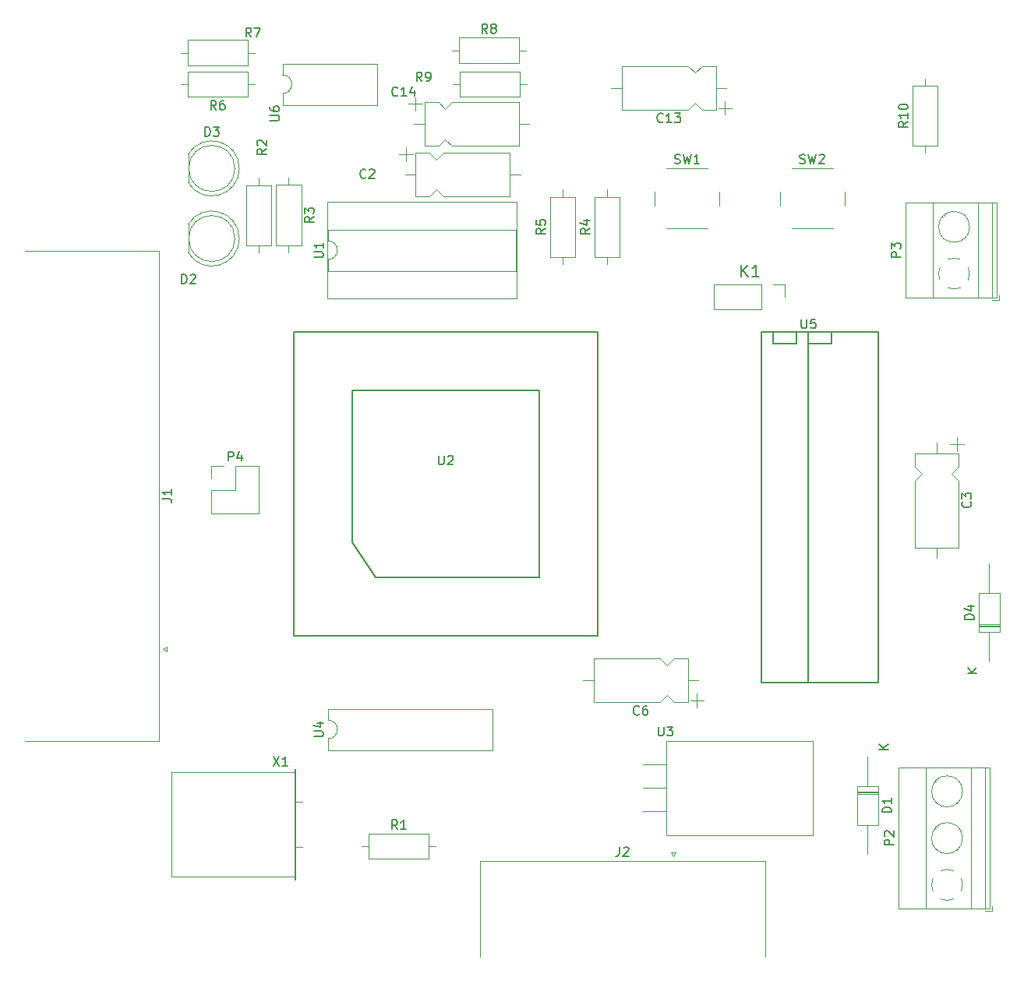
<source format=gbr>
%TF.GenerationSoftware,KiCad,Pcbnew,8.0.5*%
%TF.CreationDate,2024-10-06T22:29:13+02:00*%
%TF.ProjectId,carte_test,63617274-655f-4746-9573-742e6b696361,0*%
%TF.SameCoordinates,Original*%
%TF.FileFunction,Legend,Top*%
%TF.FilePolarity,Positive*%
%FSLAX46Y46*%
G04 Gerber Fmt 4.6, Leading zero omitted, Abs format (unit mm)*
G04 Created by KiCad (PCBNEW 8.0.5) date 2024-10-06 22:29:13*
%MOMM*%
%LPD*%
G01*
G04 APERTURE LIST*
%ADD10C,0.150000*%
%ADD11C,0.203200*%
%ADD12C,0.120000*%
G04 APERTURE END LIST*
D10*
X183676819Y-122658094D02*
X182676819Y-122658094D01*
X182676819Y-122658094D02*
X182676819Y-122419999D01*
X182676819Y-122419999D02*
X182724438Y-122277142D01*
X182724438Y-122277142D02*
X182819676Y-122181904D01*
X182819676Y-122181904D02*
X182914914Y-122134285D01*
X182914914Y-122134285D02*
X183105390Y-122086666D01*
X183105390Y-122086666D02*
X183248247Y-122086666D01*
X183248247Y-122086666D02*
X183438723Y-122134285D01*
X183438723Y-122134285D02*
X183533961Y-122181904D01*
X183533961Y-122181904D02*
X183629200Y-122277142D01*
X183629200Y-122277142D02*
X183676819Y-122419999D01*
X183676819Y-122419999D02*
X183676819Y-122658094D01*
X183676819Y-121134285D02*
X183676819Y-121705713D01*
X183676819Y-121419999D02*
X182676819Y-121419999D01*
X182676819Y-121419999D02*
X182819676Y-121515237D01*
X182819676Y-121515237D02*
X182914914Y-121610475D01*
X182914914Y-121610475D02*
X182962533Y-121705713D01*
X183356819Y-115831904D02*
X182356819Y-115831904D01*
X183356819Y-115260476D02*
X182785390Y-115689047D01*
X182356819Y-115260476D02*
X182928247Y-115831904D01*
X192644819Y-101703094D02*
X191644819Y-101703094D01*
X191644819Y-101703094D02*
X191644819Y-101464999D01*
X191644819Y-101464999D02*
X191692438Y-101322142D01*
X191692438Y-101322142D02*
X191787676Y-101226904D01*
X191787676Y-101226904D02*
X191882914Y-101179285D01*
X191882914Y-101179285D02*
X192073390Y-101131666D01*
X192073390Y-101131666D02*
X192216247Y-101131666D01*
X192216247Y-101131666D02*
X192406723Y-101179285D01*
X192406723Y-101179285D02*
X192501961Y-101226904D01*
X192501961Y-101226904D02*
X192597200Y-101322142D01*
X192597200Y-101322142D02*
X192644819Y-101464999D01*
X192644819Y-101464999D02*
X192644819Y-101703094D01*
X191978152Y-100274523D02*
X192644819Y-100274523D01*
X191597200Y-100512618D02*
X192311485Y-100750713D01*
X192311485Y-100750713D02*
X192311485Y-100131666D01*
X192964819Y-107576904D02*
X191964819Y-107576904D01*
X192964819Y-107005476D02*
X192393390Y-107434047D01*
X191964819Y-107005476D02*
X192536247Y-107576904D01*
X160158667Y-52128200D02*
X160301524Y-52175819D01*
X160301524Y-52175819D02*
X160539619Y-52175819D01*
X160539619Y-52175819D02*
X160634857Y-52128200D01*
X160634857Y-52128200D02*
X160682476Y-52080580D01*
X160682476Y-52080580D02*
X160730095Y-51985342D01*
X160730095Y-51985342D02*
X160730095Y-51890104D01*
X160730095Y-51890104D02*
X160682476Y-51794866D01*
X160682476Y-51794866D02*
X160634857Y-51747247D01*
X160634857Y-51747247D02*
X160539619Y-51699628D01*
X160539619Y-51699628D02*
X160349143Y-51652009D01*
X160349143Y-51652009D02*
X160253905Y-51604390D01*
X160253905Y-51604390D02*
X160206286Y-51556771D01*
X160206286Y-51556771D02*
X160158667Y-51461533D01*
X160158667Y-51461533D02*
X160158667Y-51366295D01*
X160158667Y-51366295D02*
X160206286Y-51271057D01*
X160206286Y-51271057D02*
X160253905Y-51223438D01*
X160253905Y-51223438D02*
X160349143Y-51175819D01*
X160349143Y-51175819D02*
X160587238Y-51175819D01*
X160587238Y-51175819D02*
X160730095Y-51223438D01*
X161063429Y-51175819D02*
X161301524Y-52175819D01*
X161301524Y-52175819D02*
X161492000Y-51461533D01*
X161492000Y-51461533D02*
X161682476Y-52175819D01*
X161682476Y-52175819D02*
X161920572Y-51175819D01*
X162825333Y-52175819D02*
X162253905Y-52175819D01*
X162539619Y-52175819D02*
X162539619Y-51175819D01*
X162539619Y-51175819D02*
X162444381Y-51318676D01*
X162444381Y-51318676D02*
X162349143Y-51413914D01*
X162349143Y-51413914D02*
X162253905Y-51461533D01*
X134493095Y-83909819D02*
X134493095Y-84719342D01*
X134493095Y-84719342D02*
X134540714Y-84814580D01*
X134540714Y-84814580D02*
X134588333Y-84862200D01*
X134588333Y-84862200D02*
X134683571Y-84909819D01*
X134683571Y-84909819D02*
X134874047Y-84909819D01*
X134874047Y-84909819D02*
X134969285Y-84862200D01*
X134969285Y-84862200D02*
X135016904Y-84814580D01*
X135016904Y-84814580D02*
X135064523Y-84719342D01*
X135064523Y-84719342D02*
X135064523Y-83909819D01*
X135493095Y-84005057D02*
X135540714Y-83957438D01*
X135540714Y-83957438D02*
X135635952Y-83909819D01*
X135635952Y-83909819D02*
X135874047Y-83909819D01*
X135874047Y-83909819D02*
X135969285Y-83957438D01*
X135969285Y-83957438D02*
X136016904Y-84005057D01*
X136016904Y-84005057D02*
X136064523Y-84100295D01*
X136064523Y-84100295D02*
X136064523Y-84195533D01*
X136064523Y-84195533D02*
X136016904Y-84338390D01*
X136016904Y-84338390D02*
X135445476Y-84909819D01*
X135445476Y-84909819D02*
X136064523Y-84909819D01*
X120949819Y-114426904D02*
X121759342Y-114426904D01*
X121759342Y-114426904D02*
X121854580Y-114379285D01*
X121854580Y-114379285D02*
X121902200Y-114331666D01*
X121902200Y-114331666D02*
X121949819Y-114236428D01*
X121949819Y-114236428D02*
X121949819Y-114045952D01*
X121949819Y-114045952D02*
X121902200Y-113950714D01*
X121902200Y-113950714D02*
X121854580Y-113903095D01*
X121854580Y-113903095D02*
X121759342Y-113855476D01*
X121759342Y-113855476D02*
X120949819Y-113855476D01*
X121283152Y-112950714D02*
X121949819Y-112950714D01*
X120902200Y-113188809D02*
X121616485Y-113426904D01*
X121616485Y-113426904D02*
X121616485Y-112807857D01*
X111656905Y-84484819D02*
X111656905Y-83484819D01*
X111656905Y-83484819D02*
X112037857Y-83484819D01*
X112037857Y-83484819D02*
X112133095Y-83532438D01*
X112133095Y-83532438D02*
X112180714Y-83580057D01*
X112180714Y-83580057D02*
X112228333Y-83675295D01*
X112228333Y-83675295D02*
X112228333Y-83818152D01*
X112228333Y-83818152D02*
X112180714Y-83913390D01*
X112180714Y-83913390D02*
X112133095Y-83961009D01*
X112133095Y-83961009D02*
X112037857Y-84008628D01*
X112037857Y-84008628D02*
X111656905Y-84008628D01*
X113085476Y-83818152D02*
X113085476Y-84484819D01*
X112847381Y-83437200D02*
X112609286Y-84151485D01*
X112609286Y-84151485D02*
X113228333Y-84151485D01*
D11*
X167362618Y-64476959D02*
X167362618Y-63206959D01*
X168088333Y-64476959D02*
X167544047Y-63751244D01*
X168088333Y-63206959D02*
X167362618Y-63932673D01*
X169297857Y-64476959D02*
X168572142Y-64476959D01*
X168934999Y-64476959D02*
X168934999Y-63206959D01*
X168934999Y-63206959D02*
X168814047Y-63388387D01*
X168814047Y-63388387D02*
X168693095Y-63509340D01*
X168693095Y-63509340D02*
X168572142Y-63569816D01*
D10*
X115770819Y-50585666D02*
X115294628Y-50918999D01*
X115770819Y-51157094D02*
X114770819Y-51157094D01*
X114770819Y-51157094D02*
X114770819Y-50776142D01*
X114770819Y-50776142D02*
X114818438Y-50680904D01*
X114818438Y-50680904D02*
X114866057Y-50633285D01*
X114866057Y-50633285D02*
X114961295Y-50585666D01*
X114961295Y-50585666D02*
X115104152Y-50585666D01*
X115104152Y-50585666D02*
X115199390Y-50633285D01*
X115199390Y-50633285D02*
X115247009Y-50680904D01*
X115247009Y-50680904D02*
X115294628Y-50776142D01*
X115294628Y-50776142D02*
X115294628Y-51157094D01*
X114866057Y-50204713D02*
X114818438Y-50157094D01*
X114818438Y-50157094D02*
X114770819Y-50061856D01*
X114770819Y-50061856D02*
X114770819Y-49823761D01*
X114770819Y-49823761D02*
X114818438Y-49728523D01*
X114818438Y-49728523D02*
X114866057Y-49680904D01*
X114866057Y-49680904D02*
X114961295Y-49633285D01*
X114961295Y-49633285D02*
X115056533Y-49633285D01*
X115056533Y-49633285D02*
X115199390Y-49680904D01*
X115199390Y-49680904D02*
X115770819Y-50252332D01*
X115770819Y-50252332D02*
X115770819Y-49633285D01*
X139787333Y-38022819D02*
X139454000Y-37546628D01*
X139215905Y-38022819D02*
X139215905Y-37022819D01*
X139215905Y-37022819D02*
X139596857Y-37022819D01*
X139596857Y-37022819D02*
X139692095Y-37070438D01*
X139692095Y-37070438D02*
X139739714Y-37118057D01*
X139739714Y-37118057D02*
X139787333Y-37213295D01*
X139787333Y-37213295D02*
X139787333Y-37356152D01*
X139787333Y-37356152D02*
X139739714Y-37451390D01*
X139739714Y-37451390D02*
X139692095Y-37499009D01*
X139692095Y-37499009D02*
X139596857Y-37546628D01*
X139596857Y-37546628D02*
X139215905Y-37546628D01*
X140358762Y-37451390D02*
X140263524Y-37403771D01*
X140263524Y-37403771D02*
X140215905Y-37356152D01*
X140215905Y-37356152D02*
X140168286Y-37260914D01*
X140168286Y-37260914D02*
X140168286Y-37213295D01*
X140168286Y-37213295D02*
X140215905Y-37118057D01*
X140215905Y-37118057D02*
X140263524Y-37070438D01*
X140263524Y-37070438D02*
X140358762Y-37022819D01*
X140358762Y-37022819D02*
X140549238Y-37022819D01*
X140549238Y-37022819D02*
X140644476Y-37070438D01*
X140644476Y-37070438D02*
X140692095Y-37118057D01*
X140692095Y-37118057D02*
X140739714Y-37213295D01*
X140739714Y-37213295D02*
X140739714Y-37260914D01*
X140739714Y-37260914D02*
X140692095Y-37356152D01*
X140692095Y-37356152D02*
X140644476Y-37403771D01*
X140644476Y-37403771D02*
X140549238Y-37451390D01*
X140549238Y-37451390D02*
X140358762Y-37451390D01*
X140358762Y-37451390D02*
X140263524Y-37499009D01*
X140263524Y-37499009D02*
X140215905Y-37546628D01*
X140215905Y-37546628D02*
X140168286Y-37641866D01*
X140168286Y-37641866D02*
X140168286Y-37832342D01*
X140168286Y-37832342D02*
X140215905Y-37927580D01*
X140215905Y-37927580D02*
X140263524Y-37975200D01*
X140263524Y-37975200D02*
X140358762Y-38022819D01*
X140358762Y-38022819D02*
X140549238Y-38022819D01*
X140549238Y-38022819D02*
X140644476Y-37975200D01*
X140644476Y-37975200D02*
X140692095Y-37927580D01*
X140692095Y-37927580D02*
X140739714Y-37832342D01*
X140739714Y-37832342D02*
X140739714Y-37641866D01*
X140739714Y-37641866D02*
X140692095Y-37546628D01*
X140692095Y-37546628D02*
X140644476Y-37499009D01*
X140644476Y-37499009D02*
X140549238Y-37451390D01*
X185469819Y-47632857D02*
X184993628Y-47966190D01*
X185469819Y-48204285D02*
X184469819Y-48204285D01*
X184469819Y-48204285D02*
X184469819Y-47823333D01*
X184469819Y-47823333D02*
X184517438Y-47728095D01*
X184517438Y-47728095D02*
X184565057Y-47680476D01*
X184565057Y-47680476D02*
X184660295Y-47632857D01*
X184660295Y-47632857D02*
X184803152Y-47632857D01*
X184803152Y-47632857D02*
X184898390Y-47680476D01*
X184898390Y-47680476D02*
X184946009Y-47728095D01*
X184946009Y-47728095D02*
X184993628Y-47823333D01*
X184993628Y-47823333D02*
X184993628Y-48204285D01*
X185469819Y-46680476D02*
X185469819Y-47251904D01*
X185469819Y-46966190D02*
X184469819Y-46966190D01*
X184469819Y-46966190D02*
X184612676Y-47061428D01*
X184612676Y-47061428D02*
X184707914Y-47156666D01*
X184707914Y-47156666D02*
X184755533Y-47251904D01*
X184469819Y-46061428D02*
X184469819Y-45966190D01*
X184469819Y-45966190D02*
X184517438Y-45870952D01*
X184517438Y-45870952D02*
X184565057Y-45823333D01*
X184565057Y-45823333D02*
X184660295Y-45775714D01*
X184660295Y-45775714D02*
X184850771Y-45728095D01*
X184850771Y-45728095D02*
X185088866Y-45728095D01*
X185088866Y-45728095D02*
X185279342Y-45775714D01*
X185279342Y-45775714D02*
X185374580Y-45823333D01*
X185374580Y-45823333D02*
X185422200Y-45870952D01*
X185422200Y-45870952D02*
X185469819Y-45966190D01*
X185469819Y-45966190D02*
X185469819Y-46061428D01*
X185469819Y-46061428D02*
X185422200Y-46156666D01*
X185422200Y-46156666D02*
X185374580Y-46204285D01*
X185374580Y-46204285D02*
X185279342Y-46251904D01*
X185279342Y-46251904D02*
X185088866Y-46299523D01*
X185088866Y-46299523D02*
X184850771Y-46299523D01*
X184850771Y-46299523D02*
X184660295Y-46251904D01*
X184660295Y-46251904D02*
X184565057Y-46204285D01*
X184565057Y-46204285D02*
X184517438Y-46156666D01*
X184517438Y-46156666D02*
X184469819Y-46061428D01*
X132675333Y-43253819D02*
X132342000Y-42777628D01*
X132103905Y-43253819D02*
X132103905Y-42253819D01*
X132103905Y-42253819D02*
X132484857Y-42253819D01*
X132484857Y-42253819D02*
X132580095Y-42301438D01*
X132580095Y-42301438D02*
X132627714Y-42349057D01*
X132627714Y-42349057D02*
X132675333Y-42444295D01*
X132675333Y-42444295D02*
X132675333Y-42587152D01*
X132675333Y-42587152D02*
X132627714Y-42682390D01*
X132627714Y-42682390D02*
X132580095Y-42730009D01*
X132580095Y-42730009D02*
X132484857Y-42777628D01*
X132484857Y-42777628D02*
X132103905Y-42777628D01*
X133151524Y-43253819D02*
X133342000Y-43253819D01*
X133342000Y-43253819D02*
X133437238Y-43206200D01*
X133437238Y-43206200D02*
X133484857Y-43158580D01*
X133484857Y-43158580D02*
X133580095Y-43015723D01*
X133580095Y-43015723D02*
X133627714Y-42825247D01*
X133627714Y-42825247D02*
X133627714Y-42444295D01*
X133627714Y-42444295D02*
X133580095Y-42349057D01*
X133580095Y-42349057D02*
X133532476Y-42301438D01*
X133532476Y-42301438D02*
X133437238Y-42253819D01*
X133437238Y-42253819D02*
X133246762Y-42253819D01*
X133246762Y-42253819D02*
X133151524Y-42301438D01*
X133151524Y-42301438D02*
X133103905Y-42349057D01*
X133103905Y-42349057D02*
X133056286Y-42444295D01*
X133056286Y-42444295D02*
X133056286Y-42682390D01*
X133056286Y-42682390D02*
X133103905Y-42777628D01*
X133103905Y-42777628D02*
X133151524Y-42825247D01*
X133151524Y-42825247D02*
X133246762Y-42872866D01*
X133246762Y-42872866D02*
X133437238Y-42872866D01*
X133437238Y-42872866D02*
X133532476Y-42825247D01*
X133532476Y-42825247D02*
X133580095Y-42777628D01*
X133580095Y-42777628D02*
X133627714Y-42682390D01*
X130008333Y-124509819D02*
X129675000Y-124033628D01*
X129436905Y-124509819D02*
X129436905Y-123509819D01*
X129436905Y-123509819D02*
X129817857Y-123509819D01*
X129817857Y-123509819D02*
X129913095Y-123557438D01*
X129913095Y-123557438D02*
X129960714Y-123605057D01*
X129960714Y-123605057D02*
X130008333Y-123700295D01*
X130008333Y-123700295D02*
X130008333Y-123843152D01*
X130008333Y-123843152D02*
X129960714Y-123938390D01*
X129960714Y-123938390D02*
X129913095Y-123986009D01*
X129913095Y-123986009D02*
X129817857Y-124033628D01*
X129817857Y-124033628D02*
X129436905Y-124033628D01*
X130960714Y-124509819D02*
X130389286Y-124509819D01*
X130675000Y-124509819D02*
X130675000Y-123509819D01*
X130675000Y-123509819D02*
X130579762Y-123652676D01*
X130579762Y-123652676D02*
X130484524Y-123747914D01*
X130484524Y-123747914D02*
X130389286Y-123795533D01*
X146099819Y-59221666D02*
X145623628Y-59554999D01*
X146099819Y-59793094D02*
X145099819Y-59793094D01*
X145099819Y-59793094D02*
X145099819Y-59412142D01*
X145099819Y-59412142D02*
X145147438Y-59316904D01*
X145147438Y-59316904D02*
X145195057Y-59269285D01*
X145195057Y-59269285D02*
X145290295Y-59221666D01*
X145290295Y-59221666D02*
X145433152Y-59221666D01*
X145433152Y-59221666D02*
X145528390Y-59269285D01*
X145528390Y-59269285D02*
X145576009Y-59316904D01*
X145576009Y-59316904D02*
X145623628Y-59412142D01*
X145623628Y-59412142D02*
X145623628Y-59793094D01*
X145099819Y-58316904D02*
X145099819Y-58793094D01*
X145099819Y-58793094D02*
X145576009Y-58840713D01*
X145576009Y-58840713D02*
X145528390Y-58793094D01*
X145528390Y-58793094D02*
X145480771Y-58697856D01*
X145480771Y-58697856D02*
X145480771Y-58459761D01*
X145480771Y-58459761D02*
X145528390Y-58364523D01*
X145528390Y-58364523D02*
X145576009Y-58316904D01*
X145576009Y-58316904D02*
X145671247Y-58269285D01*
X145671247Y-58269285D02*
X145909342Y-58269285D01*
X145909342Y-58269285D02*
X146004580Y-58316904D01*
X146004580Y-58316904D02*
X146052200Y-58364523D01*
X146052200Y-58364523D02*
X146099819Y-58459761D01*
X146099819Y-58459761D02*
X146099819Y-58697856D01*
X146099819Y-58697856D02*
X146052200Y-58793094D01*
X146052200Y-58793094D02*
X146004580Y-58840713D01*
X110323333Y-46325819D02*
X109990000Y-45849628D01*
X109751905Y-46325819D02*
X109751905Y-45325819D01*
X109751905Y-45325819D02*
X110132857Y-45325819D01*
X110132857Y-45325819D02*
X110228095Y-45373438D01*
X110228095Y-45373438D02*
X110275714Y-45421057D01*
X110275714Y-45421057D02*
X110323333Y-45516295D01*
X110323333Y-45516295D02*
X110323333Y-45659152D01*
X110323333Y-45659152D02*
X110275714Y-45754390D01*
X110275714Y-45754390D02*
X110228095Y-45802009D01*
X110228095Y-45802009D02*
X110132857Y-45849628D01*
X110132857Y-45849628D02*
X109751905Y-45849628D01*
X111180476Y-45325819D02*
X110990000Y-45325819D01*
X110990000Y-45325819D02*
X110894762Y-45373438D01*
X110894762Y-45373438D02*
X110847143Y-45421057D01*
X110847143Y-45421057D02*
X110751905Y-45563914D01*
X110751905Y-45563914D02*
X110704286Y-45754390D01*
X110704286Y-45754390D02*
X110704286Y-46135342D01*
X110704286Y-46135342D02*
X110751905Y-46230580D01*
X110751905Y-46230580D02*
X110799524Y-46278200D01*
X110799524Y-46278200D02*
X110894762Y-46325819D01*
X110894762Y-46325819D02*
X111085238Y-46325819D01*
X111085238Y-46325819D02*
X111180476Y-46278200D01*
X111180476Y-46278200D02*
X111228095Y-46230580D01*
X111228095Y-46230580D02*
X111275714Y-46135342D01*
X111275714Y-46135342D02*
X111275714Y-45897247D01*
X111275714Y-45897247D02*
X111228095Y-45802009D01*
X111228095Y-45802009D02*
X111180476Y-45754390D01*
X111180476Y-45754390D02*
X111085238Y-45706771D01*
X111085238Y-45706771D02*
X110894762Y-45706771D01*
X110894762Y-45706771D02*
X110799524Y-45754390D01*
X110799524Y-45754390D02*
X110751905Y-45802009D01*
X110751905Y-45802009D02*
X110704286Y-45897247D01*
X120964819Y-57946666D02*
X120488628Y-58279999D01*
X120964819Y-58518094D02*
X119964819Y-58518094D01*
X119964819Y-58518094D02*
X119964819Y-58137142D01*
X119964819Y-58137142D02*
X120012438Y-58041904D01*
X120012438Y-58041904D02*
X120060057Y-57994285D01*
X120060057Y-57994285D02*
X120155295Y-57946666D01*
X120155295Y-57946666D02*
X120298152Y-57946666D01*
X120298152Y-57946666D02*
X120393390Y-57994285D01*
X120393390Y-57994285D02*
X120441009Y-58041904D01*
X120441009Y-58041904D02*
X120488628Y-58137142D01*
X120488628Y-58137142D02*
X120488628Y-58518094D01*
X119964819Y-57613332D02*
X119964819Y-56994285D01*
X119964819Y-56994285D02*
X120345771Y-57327618D01*
X120345771Y-57327618D02*
X120345771Y-57184761D01*
X120345771Y-57184761D02*
X120393390Y-57089523D01*
X120393390Y-57089523D02*
X120441009Y-57041904D01*
X120441009Y-57041904D02*
X120536247Y-56994285D01*
X120536247Y-56994285D02*
X120774342Y-56994285D01*
X120774342Y-56994285D02*
X120869580Y-57041904D01*
X120869580Y-57041904D02*
X120917200Y-57089523D01*
X120917200Y-57089523D02*
X120964819Y-57184761D01*
X120964819Y-57184761D02*
X120964819Y-57470475D01*
X120964819Y-57470475D02*
X120917200Y-57565713D01*
X120917200Y-57565713D02*
X120869580Y-57613332D01*
X120949819Y-62356904D02*
X121759342Y-62356904D01*
X121759342Y-62356904D02*
X121854580Y-62309285D01*
X121854580Y-62309285D02*
X121902200Y-62261666D01*
X121902200Y-62261666D02*
X121949819Y-62166428D01*
X121949819Y-62166428D02*
X121949819Y-61975952D01*
X121949819Y-61975952D02*
X121902200Y-61880714D01*
X121902200Y-61880714D02*
X121854580Y-61833095D01*
X121854580Y-61833095D02*
X121759342Y-61785476D01*
X121759342Y-61785476D02*
X120949819Y-61785476D01*
X121949819Y-60785476D02*
X121949819Y-61356904D01*
X121949819Y-61071190D02*
X120949819Y-61071190D01*
X120949819Y-61071190D02*
X121092676Y-61166428D01*
X121092676Y-61166428D02*
X121187914Y-61261666D01*
X121187914Y-61261666D02*
X121235533Y-61356904D01*
X116527976Y-116618819D02*
X117194642Y-117618819D01*
X117194642Y-116618819D02*
X116527976Y-117618819D01*
X118099404Y-117618819D02*
X117527976Y-117618819D01*
X117813690Y-117618819D02*
X117813690Y-116618819D01*
X117813690Y-116618819D02*
X117718452Y-116761676D01*
X117718452Y-116761676D02*
X117623214Y-116856914D01*
X117623214Y-116856914D02*
X117527976Y-116904533D01*
X150925819Y-59221666D02*
X150449628Y-59554999D01*
X150925819Y-59793094D02*
X149925819Y-59793094D01*
X149925819Y-59793094D02*
X149925819Y-59412142D01*
X149925819Y-59412142D02*
X149973438Y-59316904D01*
X149973438Y-59316904D02*
X150021057Y-59269285D01*
X150021057Y-59269285D02*
X150116295Y-59221666D01*
X150116295Y-59221666D02*
X150259152Y-59221666D01*
X150259152Y-59221666D02*
X150354390Y-59269285D01*
X150354390Y-59269285D02*
X150402009Y-59316904D01*
X150402009Y-59316904D02*
X150449628Y-59412142D01*
X150449628Y-59412142D02*
X150449628Y-59793094D01*
X150259152Y-58364523D02*
X150925819Y-58364523D01*
X149878200Y-58602618D02*
X150592485Y-58840713D01*
X150592485Y-58840713D02*
X150592485Y-58221666D01*
X114133333Y-38427819D02*
X113800000Y-37951628D01*
X113561905Y-38427819D02*
X113561905Y-37427819D01*
X113561905Y-37427819D02*
X113942857Y-37427819D01*
X113942857Y-37427819D02*
X114038095Y-37475438D01*
X114038095Y-37475438D02*
X114085714Y-37523057D01*
X114085714Y-37523057D02*
X114133333Y-37618295D01*
X114133333Y-37618295D02*
X114133333Y-37761152D01*
X114133333Y-37761152D02*
X114085714Y-37856390D01*
X114085714Y-37856390D02*
X114038095Y-37904009D01*
X114038095Y-37904009D02*
X113942857Y-37951628D01*
X113942857Y-37951628D02*
X113561905Y-37951628D01*
X114466667Y-37427819D02*
X115133333Y-37427819D01*
X115133333Y-37427819D02*
X114704762Y-38427819D01*
X109116905Y-49199819D02*
X109116905Y-48199819D01*
X109116905Y-48199819D02*
X109355000Y-48199819D01*
X109355000Y-48199819D02*
X109497857Y-48247438D01*
X109497857Y-48247438D02*
X109593095Y-48342676D01*
X109593095Y-48342676D02*
X109640714Y-48437914D01*
X109640714Y-48437914D02*
X109688333Y-48628390D01*
X109688333Y-48628390D02*
X109688333Y-48771247D01*
X109688333Y-48771247D02*
X109640714Y-48961723D01*
X109640714Y-48961723D02*
X109593095Y-49056961D01*
X109593095Y-49056961D02*
X109497857Y-49152200D01*
X109497857Y-49152200D02*
X109355000Y-49199819D01*
X109355000Y-49199819D02*
X109116905Y-49199819D01*
X110021667Y-48199819D02*
X110640714Y-48199819D01*
X110640714Y-48199819D02*
X110307381Y-48580771D01*
X110307381Y-48580771D02*
X110450238Y-48580771D01*
X110450238Y-48580771D02*
X110545476Y-48628390D01*
X110545476Y-48628390D02*
X110593095Y-48676009D01*
X110593095Y-48676009D02*
X110640714Y-48771247D01*
X110640714Y-48771247D02*
X110640714Y-49009342D01*
X110640714Y-49009342D02*
X110593095Y-49104580D01*
X110593095Y-49104580D02*
X110545476Y-49152200D01*
X110545476Y-49152200D02*
X110450238Y-49199819D01*
X110450238Y-49199819D02*
X110164524Y-49199819D01*
X110164524Y-49199819D02*
X110069286Y-49152200D01*
X110069286Y-49152200D02*
X110021667Y-49104580D01*
X106576905Y-65224819D02*
X106576905Y-64224819D01*
X106576905Y-64224819D02*
X106815000Y-64224819D01*
X106815000Y-64224819D02*
X106957857Y-64272438D01*
X106957857Y-64272438D02*
X107053095Y-64367676D01*
X107053095Y-64367676D02*
X107100714Y-64462914D01*
X107100714Y-64462914D02*
X107148333Y-64653390D01*
X107148333Y-64653390D02*
X107148333Y-64796247D01*
X107148333Y-64796247D02*
X107100714Y-64986723D01*
X107100714Y-64986723D02*
X107053095Y-65081961D01*
X107053095Y-65081961D02*
X106957857Y-65177200D01*
X106957857Y-65177200D02*
X106815000Y-65224819D01*
X106815000Y-65224819D02*
X106576905Y-65224819D01*
X107529286Y-64320057D02*
X107576905Y-64272438D01*
X107576905Y-64272438D02*
X107672143Y-64224819D01*
X107672143Y-64224819D02*
X107910238Y-64224819D01*
X107910238Y-64224819D02*
X108005476Y-64272438D01*
X108005476Y-64272438D02*
X108053095Y-64320057D01*
X108053095Y-64320057D02*
X108100714Y-64415295D01*
X108100714Y-64415295D02*
X108100714Y-64510533D01*
X108100714Y-64510533D02*
X108053095Y-64653390D01*
X108053095Y-64653390D02*
X107481667Y-65224819D01*
X107481667Y-65224819D02*
X108100714Y-65224819D01*
X116167819Y-47497904D02*
X116977342Y-47497904D01*
X116977342Y-47497904D02*
X117072580Y-47450285D01*
X117072580Y-47450285D02*
X117120200Y-47402666D01*
X117120200Y-47402666D02*
X117167819Y-47307428D01*
X117167819Y-47307428D02*
X117167819Y-47116952D01*
X117167819Y-47116952D02*
X117120200Y-47021714D01*
X117120200Y-47021714D02*
X117072580Y-46974095D01*
X117072580Y-46974095D02*
X116977342Y-46926476D01*
X116977342Y-46926476D02*
X116167819Y-46926476D01*
X116167819Y-46021714D02*
X116167819Y-46212190D01*
X116167819Y-46212190D02*
X116215438Y-46307428D01*
X116215438Y-46307428D02*
X116263057Y-46355047D01*
X116263057Y-46355047D02*
X116405914Y-46450285D01*
X116405914Y-46450285D02*
X116596390Y-46497904D01*
X116596390Y-46497904D02*
X116977342Y-46497904D01*
X116977342Y-46497904D02*
X117072580Y-46450285D01*
X117072580Y-46450285D02*
X117120200Y-46402666D01*
X117120200Y-46402666D02*
X117167819Y-46307428D01*
X117167819Y-46307428D02*
X117167819Y-46116952D01*
X117167819Y-46116952D02*
X117120200Y-46021714D01*
X117120200Y-46021714D02*
X117072580Y-45974095D01*
X117072580Y-45974095D02*
X116977342Y-45926476D01*
X116977342Y-45926476D02*
X116739247Y-45926476D01*
X116739247Y-45926476D02*
X116644009Y-45974095D01*
X116644009Y-45974095D02*
X116596390Y-46021714D01*
X116596390Y-46021714D02*
X116548771Y-46116952D01*
X116548771Y-46116952D02*
X116548771Y-46307428D01*
X116548771Y-46307428D02*
X116596390Y-46402666D01*
X116596390Y-46402666D02*
X116644009Y-46450285D01*
X116644009Y-46450285D02*
X116739247Y-46497904D01*
X104489819Y-88615333D02*
X105204104Y-88615333D01*
X105204104Y-88615333D02*
X105346961Y-88662952D01*
X105346961Y-88662952D02*
X105442200Y-88758190D01*
X105442200Y-88758190D02*
X105489819Y-88901047D01*
X105489819Y-88901047D02*
X105489819Y-88996285D01*
X105489819Y-87615333D02*
X105489819Y-88186761D01*
X105489819Y-87901047D02*
X104489819Y-87901047D01*
X104489819Y-87901047D02*
X104632676Y-87996285D01*
X104632676Y-87996285D02*
X104727914Y-88091523D01*
X104727914Y-88091523D02*
X104775533Y-88186761D01*
X158369095Y-113373819D02*
X158369095Y-114183342D01*
X158369095Y-114183342D02*
X158416714Y-114278580D01*
X158416714Y-114278580D02*
X158464333Y-114326200D01*
X158464333Y-114326200D02*
X158559571Y-114373819D01*
X158559571Y-114373819D02*
X158750047Y-114373819D01*
X158750047Y-114373819D02*
X158845285Y-114326200D01*
X158845285Y-114326200D02*
X158892904Y-114278580D01*
X158892904Y-114278580D02*
X158940523Y-114183342D01*
X158940523Y-114183342D02*
X158940523Y-113373819D01*
X159321476Y-113373819D02*
X159940523Y-113373819D01*
X159940523Y-113373819D02*
X159607190Y-113754771D01*
X159607190Y-113754771D02*
X159750047Y-113754771D01*
X159750047Y-113754771D02*
X159845285Y-113802390D01*
X159845285Y-113802390D02*
X159892904Y-113850009D01*
X159892904Y-113850009D02*
X159940523Y-113945247D01*
X159940523Y-113945247D02*
X159940523Y-114183342D01*
X159940523Y-114183342D02*
X159892904Y-114278580D01*
X159892904Y-114278580D02*
X159845285Y-114326200D01*
X159845285Y-114326200D02*
X159750047Y-114373819D01*
X159750047Y-114373819D02*
X159464333Y-114373819D01*
X159464333Y-114373819D02*
X159369095Y-114326200D01*
X159369095Y-114326200D02*
X159321476Y-114278580D01*
X154146666Y-126437819D02*
X154146666Y-127152104D01*
X154146666Y-127152104D02*
X154099047Y-127294961D01*
X154099047Y-127294961D02*
X154003809Y-127390200D01*
X154003809Y-127390200D02*
X153860952Y-127437819D01*
X153860952Y-127437819D02*
X153765714Y-127437819D01*
X154575238Y-126533057D02*
X154622857Y-126485438D01*
X154622857Y-126485438D02*
X154718095Y-126437819D01*
X154718095Y-126437819D02*
X154956190Y-126437819D01*
X154956190Y-126437819D02*
X155051428Y-126485438D01*
X155051428Y-126485438D02*
X155099047Y-126533057D01*
X155099047Y-126533057D02*
X155146666Y-126628295D01*
X155146666Y-126628295D02*
X155146666Y-126723533D01*
X155146666Y-126723533D02*
X155099047Y-126866390D01*
X155099047Y-126866390D02*
X154527619Y-127437819D01*
X154527619Y-127437819D02*
X155146666Y-127437819D01*
X183932819Y-126214094D02*
X182932819Y-126214094D01*
X182932819Y-126214094D02*
X182932819Y-125833142D01*
X182932819Y-125833142D02*
X182980438Y-125737904D01*
X182980438Y-125737904D02*
X183028057Y-125690285D01*
X183028057Y-125690285D02*
X183123295Y-125642666D01*
X183123295Y-125642666D02*
X183266152Y-125642666D01*
X183266152Y-125642666D02*
X183361390Y-125690285D01*
X183361390Y-125690285D02*
X183409009Y-125737904D01*
X183409009Y-125737904D02*
X183456628Y-125833142D01*
X183456628Y-125833142D02*
X183456628Y-126214094D01*
X183028057Y-125261713D02*
X182980438Y-125214094D01*
X182980438Y-125214094D02*
X182932819Y-125118856D01*
X182932819Y-125118856D02*
X182932819Y-124880761D01*
X182932819Y-124880761D02*
X182980438Y-124785523D01*
X182980438Y-124785523D02*
X183028057Y-124737904D01*
X183028057Y-124737904D02*
X183123295Y-124690285D01*
X183123295Y-124690285D02*
X183218533Y-124690285D01*
X183218533Y-124690285D02*
X183361390Y-124737904D01*
X183361390Y-124737904D02*
X183932819Y-125309332D01*
X183932819Y-125309332D02*
X183932819Y-124690285D01*
X184694819Y-62333094D02*
X183694819Y-62333094D01*
X183694819Y-62333094D02*
X183694819Y-61952142D01*
X183694819Y-61952142D02*
X183742438Y-61856904D01*
X183742438Y-61856904D02*
X183790057Y-61809285D01*
X183790057Y-61809285D02*
X183885295Y-61761666D01*
X183885295Y-61761666D02*
X184028152Y-61761666D01*
X184028152Y-61761666D02*
X184123390Y-61809285D01*
X184123390Y-61809285D02*
X184171009Y-61856904D01*
X184171009Y-61856904D02*
X184218628Y-61952142D01*
X184218628Y-61952142D02*
X184218628Y-62333094D01*
X183694819Y-61428332D02*
X183694819Y-60809285D01*
X183694819Y-60809285D02*
X184075771Y-61142618D01*
X184075771Y-61142618D02*
X184075771Y-60999761D01*
X184075771Y-60999761D02*
X184123390Y-60904523D01*
X184123390Y-60904523D02*
X184171009Y-60856904D01*
X184171009Y-60856904D02*
X184266247Y-60809285D01*
X184266247Y-60809285D02*
X184504342Y-60809285D01*
X184504342Y-60809285D02*
X184599580Y-60856904D01*
X184599580Y-60856904D02*
X184647200Y-60904523D01*
X184647200Y-60904523D02*
X184694819Y-60999761D01*
X184694819Y-60999761D02*
X184694819Y-61285475D01*
X184694819Y-61285475D02*
X184647200Y-61380713D01*
X184647200Y-61380713D02*
X184599580Y-61428332D01*
X158862142Y-47611580D02*
X158814523Y-47659200D01*
X158814523Y-47659200D02*
X158671666Y-47706819D01*
X158671666Y-47706819D02*
X158576428Y-47706819D01*
X158576428Y-47706819D02*
X158433571Y-47659200D01*
X158433571Y-47659200D02*
X158338333Y-47563961D01*
X158338333Y-47563961D02*
X158290714Y-47468723D01*
X158290714Y-47468723D02*
X158243095Y-47278247D01*
X158243095Y-47278247D02*
X158243095Y-47135390D01*
X158243095Y-47135390D02*
X158290714Y-46944914D01*
X158290714Y-46944914D02*
X158338333Y-46849676D01*
X158338333Y-46849676D02*
X158433571Y-46754438D01*
X158433571Y-46754438D02*
X158576428Y-46706819D01*
X158576428Y-46706819D02*
X158671666Y-46706819D01*
X158671666Y-46706819D02*
X158814523Y-46754438D01*
X158814523Y-46754438D02*
X158862142Y-46802057D01*
X159814523Y-47706819D02*
X159243095Y-47706819D01*
X159528809Y-47706819D02*
X159528809Y-46706819D01*
X159528809Y-46706819D02*
X159433571Y-46849676D01*
X159433571Y-46849676D02*
X159338333Y-46944914D01*
X159338333Y-46944914D02*
X159243095Y-46992533D01*
X160147857Y-46706819D02*
X160766904Y-46706819D01*
X160766904Y-46706819D02*
X160433571Y-47087771D01*
X160433571Y-47087771D02*
X160576428Y-47087771D01*
X160576428Y-47087771D02*
X160671666Y-47135390D01*
X160671666Y-47135390D02*
X160719285Y-47183009D01*
X160719285Y-47183009D02*
X160766904Y-47278247D01*
X160766904Y-47278247D02*
X160766904Y-47516342D01*
X160766904Y-47516342D02*
X160719285Y-47611580D01*
X160719285Y-47611580D02*
X160671666Y-47659200D01*
X160671666Y-47659200D02*
X160576428Y-47706819D01*
X160576428Y-47706819D02*
X160290714Y-47706819D01*
X160290714Y-47706819D02*
X160195476Y-47659200D01*
X160195476Y-47659200D02*
X160147857Y-47611580D01*
X156290333Y-112000580D02*
X156242714Y-112048200D01*
X156242714Y-112048200D02*
X156099857Y-112095819D01*
X156099857Y-112095819D02*
X156004619Y-112095819D01*
X156004619Y-112095819D02*
X155861762Y-112048200D01*
X155861762Y-112048200D02*
X155766524Y-111952961D01*
X155766524Y-111952961D02*
X155718905Y-111857723D01*
X155718905Y-111857723D02*
X155671286Y-111667247D01*
X155671286Y-111667247D02*
X155671286Y-111524390D01*
X155671286Y-111524390D02*
X155718905Y-111333914D01*
X155718905Y-111333914D02*
X155766524Y-111238676D01*
X155766524Y-111238676D02*
X155861762Y-111143438D01*
X155861762Y-111143438D02*
X156004619Y-111095819D01*
X156004619Y-111095819D02*
X156099857Y-111095819D01*
X156099857Y-111095819D02*
X156242714Y-111143438D01*
X156242714Y-111143438D02*
X156290333Y-111191057D01*
X157147476Y-111095819D02*
X156957000Y-111095819D01*
X156957000Y-111095819D02*
X156861762Y-111143438D01*
X156861762Y-111143438D02*
X156814143Y-111191057D01*
X156814143Y-111191057D02*
X156718905Y-111333914D01*
X156718905Y-111333914D02*
X156671286Y-111524390D01*
X156671286Y-111524390D02*
X156671286Y-111905342D01*
X156671286Y-111905342D02*
X156718905Y-112000580D01*
X156718905Y-112000580D02*
X156766524Y-112048200D01*
X156766524Y-112048200D02*
X156861762Y-112095819D01*
X156861762Y-112095819D02*
X157052238Y-112095819D01*
X157052238Y-112095819D02*
X157147476Y-112048200D01*
X157147476Y-112048200D02*
X157195095Y-112000580D01*
X157195095Y-112000580D02*
X157242714Y-111905342D01*
X157242714Y-111905342D02*
X157242714Y-111667247D01*
X157242714Y-111667247D02*
X157195095Y-111572009D01*
X157195095Y-111572009D02*
X157147476Y-111524390D01*
X157147476Y-111524390D02*
X157052238Y-111476771D01*
X157052238Y-111476771D02*
X156861762Y-111476771D01*
X156861762Y-111476771D02*
X156766524Y-111524390D01*
X156766524Y-111524390D02*
X156718905Y-111572009D01*
X156718905Y-111572009D02*
X156671286Y-111667247D01*
X192264580Y-88946666D02*
X192312200Y-88994285D01*
X192312200Y-88994285D02*
X192359819Y-89137142D01*
X192359819Y-89137142D02*
X192359819Y-89232380D01*
X192359819Y-89232380D02*
X192312200Y-89375237D01*
X192312200Y-89375237D02*
X192216961Y-89470475D01*
X192216961Y-89470475D02*
X192121723Y-89518094D01*
X192121723Y-89518094D02*
X191931247Y-89565713D01*
X191931247Y-89565713D02*
X191788390Y-89565713D01*
X191788390Y-89565713D02*
X191597914Y-89518094D01*
X191597914Y-89518094D02*
X191502676Y-89470475D01*
X191502676Y-89470475D02*
X191407438Y-89375237D01*
X191407438Y-89375237D02*
X191359819Y-89232380D01*
X191359819Y-89232380D02*
X191359819Y-89137142D01*
X191359819Y-89137142D02*
X191407438Y-88994285D01*
X191407438Y-88994285D02*
X191455057Y-88946666D01*
X191359819Y-88613332D02*
X191359819Y-87994285D01*
X191359819Y-87994285D02*
X191740771Y-88327618D01*
X191740771Y-88327618D02*
X191740771Y-88184761D01*
X191740771Y-88184761D02*
X191788390Y-88089523D01*
X191788390Y-88089523D02*
X191836009Y-88041904D01*
X191836009Y-88041904D02*
X191931247Y-87994285D01*
X191931247Y-87994285D02*
X192169342Y-87994285D01*
X192169342Y-87994285D02*
X192264580Y-88041904D01*
X192264580Y-88041904D02*
X192312200Y-88089523D01*
X192312200Y-88089523D02*
X192359819Y-88184761D01*
X192359819Y-88184761D02*
X192359819Y-88470475D01*
X192359819Y-88470475D02*
X192312200Y-88565713D01*
X192312200Y-88565713D02*
X192264580Y-88613332D01*
X126579333Y-53699580D02*
X126531714Y-53747200D01*
X126531714Y-53747200D02*
X126388857Y-53794819D01*
X126388857Y-53794819D02*
X126293619Y-53794819D01*
X126293619Y-53794819D02*
X126150762Y-53747200D01*
X126150762Y-53747200D02*
X126055524Y-53651961D01*
X126055524Y-53651961D02*
X126007905Y-53556723D01*
X126007905Y-53556723D02*
X125960286Y-53366247D01*
X125960286Y-53366247D02*
X125960286Y-53223390D01*
X125960286Y-53223390D02*
X126007905Y-53032914D01*
X126007905Y-53032914D02*
X126055524Y-52937676D01*
X126055524Y-52937676D02*
X126150762Y-52842438D01*
X126150762Y-52842438D02*
X126293619Y-52794819D01*
X126293619Y-52794819D02*
X126388857Y-52794819D01*
X126388857Y-52794819D02*
X126531714Y-52842438D01*
X126531714Y-52842438D02*
X126579333Y-52890057D01*
X126960286Y-52890057D02*
X127007905Y-52842438D01*
X127007905Y-52842438D02*
X127103143Y-52794819D01*
X127103143Y-52794819D02*
X127341238Y-52794819D01*
X127341238Y-52794819D02*
X127436476Y-52842438D01*
X127436476Y-52842438D02*
X127484095Y-52890057D01*
X127484095Y-52890057D02*
X127531714Y-52985295D01*
X127531714Y-52985295D02*
X127531714Y-53080533D01*
X127531714Y-53080533D02*
X127484095Y-53223390D01*
X127484095Y-53223390D02*
X126912667Y-53794819D01*
X126912667Y-53794819D02*
X127531714Y-53794819D01*
X173747667Y-52128200D02*
X173890524Y-52175819D01*
X173890524Y-52175819D02*
X174128619Y-52175819D01*
X174128619Y-52175819D02*
X174223857Y-52128200D01*
X174223857Y-52128200D02*
X174271476Y-52080580D01*
X174271476Y-52080580D02*
X174319095Y-51985342D01*
X174319095Y-51985342D02*
X174319095Y-51890104D01*
X174319095Y-51890104D02*
X174271476Y-51794866D01*
X174271476Y-51794866D02*
X174223857Y-51747247D01*
X174223857Y-51747247D02*
X174128619Y-51699628D01*
X174128619Y-51699628D02*
X173938143Y-51652009D01*
X173938143Y-51652009D02*
X173842905Y-51604390D01*
X173842905Y-51604390D02*
X173795286Y-51556771D01*
X173795286Y-51556771D02*
X173747667Y-51461533D01*
X173747667Y-51461533D02*
X173747667Y-51366295D01*
X173747667Y-51366295D02*
X173795286Y-51271057D01*
X173795286Y-51271057D02*
X173842905Y-51223438D01*
X173842905Y-51223438D02*
X173938143Y-51175819D01*
X173938143Y-51175819D02*
X174176238Y-51175819D01*
X174176238Y-51175819D02*
X174319095Y-51223438D01*
X174652429Y-51175819D02*
X174890524Y-52175819D01*
X174890524Y-52175819D02*
X175081000Y-51461533D01*
X175081000Y-51461533D02*
X175271476Y-52175819D01*
X175271476Y-52175819D02*
X175509572Y-51175819D01*
X175842905Y-51271057D02*
X175890524Y-51223438D01*
X175890524Y-51223438D02*
X175985762Y-51175819D01*
X175985762Y-51175819D02*
X176223857Y-51175819D01*
X176223857Y-51175819D02*
X176319095Y-51223438D01*
X176319095Y-51223438D02*
X176366714Y-51271057D01*
X176366714Y-51271057D02*
X176414333Y-51366295D01*
X176414333Y-51366295D02*
X176414333Y-51461533D01*
X176414333Y-51461533D02*
X176366714Y-51604390D01*
X176366714Y-51604390D02*
X175795286Y-52175819D01*
X175795286Y-52175819D02*
X176414333Y-52175819D01*
X173913095Y-69079819D02*
X173913095Y-69889342D01*
X173913095Y-69889342D02*
X173960714Y-69984580D01*
X173960714Y-69984580D02*
X174008333Y-70032200D01*
X174008333Y-70032200D02*
X174103571Y-70079819D01*
X174103571Y-70079819D02*
X174294047Y-70079819D01*
X174294047Y-70079819D02*
X174389285Y-70032200D01*
X174389285Y-70032200D02*
X174436904Y-69984580D01*
X174436904Y-69984580D02*
X174484523Y-69889342D01*
X174484523Y-69889342D02*
X174484523Y-69079819D01*
X175436904Y-69079819D02*
X174960714Y-69079819D01*
X174960714Y-69079819D02*
X174913095Y-69556009D01*
X174913095Y-69556009D02*
X174960714Y-69508390D01*
X174960714Y-69508390D02*
X175055952Y-69460771D01*
X175055952Y-69460771D02*
X175294047Y-69460771D01*
X175294047Y-69460771D02*
X175389285Y-69508390D01*
X175389285Y-69508390D02*
X175436904Y-69556009D01*
X175436904Y-69556009D02*
X175484523Y-69651247D01*
X175484523Y-69651247D02*
X175484523Y-69889342D01*
X175484523Y-69889342D02*
X175436904Y-69984580D01*
X175436904Y-69984580D02*
X175389285Y-70032200D01*
X175389285Y-70032200D02*
X175294047Y-70079819D01*
X175294047Y-70079819D02*
X175055952Y-70079819D01*
X175055952Y-70079819D02*
X174960714Y-70032200D01*
X174960714Y-70032200D02*
X174913095Y-69984580D01*
X130057142Y-44759580D02*
X130009523Y-44807200D01*
X130009523Y-44807200D02*
X129866666Y-44854819D01*
X129866666Y-44854819D02*
X129771428Y-44854819D01*
X129771428Y-44854819D02*
X129628571Y-44807200D01*
X129628571Y-44807200D02*
X129533333Y-44711961D01*
X129533333Y-44711961D02*
X129485714Y-44616723D01*
X129485714Y-44616723D02*
X129438095Y-44426247D01*
X129438095Y-44426247D02*
X129438095Y-44283390D01*
X129438095Y-44283390D02*
X129485714Y-44092914D01*
X129485714Y-44092914D02*
X129533333Y-43997676D01*
X129533333Y-43997676D02*
X129628571Y-43902438D01*
X129628571Y-43902438D02*
X129771428Y-43854819D01*
X129771428Y-43854819D02*
X129866666Y-43854819D01*
X129866666Y-43854819D02*
X130009523Y-43902438D01*
X130009523Y-43902438D02*
X130057142Y-43950057D01*
X131009523Y-44854819D02*
X130438095Y-44854819D01*
X130723809Y-44854819D02*
X130723809Y-43854819D01*
X130723809Y-43854819D02*
X130628571Y-43997676D01*
X130628571Y-43997676D02*
X130533333Y-44092914D01*
X130533333Y-44092914D02*
X130438095Y-44140533D01*
X131866666Y-44188152D02*
X131866666Y-44854819D01*
X131628571Y-43807200D02*
X131390476Y-44521485D01*
X131390476Y-44521485D02*
X132009523Y-44521485D01*
D12*
%TO.C,D1*%
X179982000Y-119800000D02*
X179982000Y-124040000D01*
X179982000Y-124040000D02*
X182222000Y-124040000D01*
X181102000Y-116610000D02*
X181102000Y-119800000D01*
X181102000Y-127230000D02*
X181102000Y-124040000D01*
X182222000Y-119800000D02*
X179982000Y-119800000D01*
X182222000Y-120400000D02*
X179982000Y-120400000D01*
X182222000Y-120520000D02*
X179982000Y-120520000D01*
X182222000Y-120640000D02*
X179982000Y-120640000D01*
X182222000Y-124040000D02*
X182222000Y-119800000D01*
%TO.C,D4*%
X193190000Y-98845000D02*
X193190000Y-103085000D01*
X193190000Y-102245000D02*
X195430000Y-102245000D01*
X193190000Y-102365000D02*
X195430000Y-102365000D01*
X193190000Y-102485000D02*
X195430000Y-102485000D01*
X193190000Y-103085000D02*
X195430000Y-103085000D01*
X194310000Y-95655000D02*
X194310000Y-98845000D01*
X194310000Y-106275000D02*
X194310000Y-103085000D01*
X195430000Y-98845000D02*
X193190000Y-98845000D01*
X195430000Y-103085000D02*
X195430000Y-98845000D01*
%TO.C,SW1*%
X157992000Y-55221000D02*
X157992000Y-56721000D01*
X159242000Y-59221000D02*
X163742000Y-59221000D01*
X163742000Y-52721000D02*
X159242000Y-52721000D01*
X164992000Y-56721000D02*
X164992000Y-55221000D01*
D10*
%TO.C,U2*%
X118745000Y-70485000D02*
X118745000Y-103505000D01*
X118745000Y-103505000D02*
X151765000Y-103505000D01*
X125095000Y-76835000D02*
X125095000Y-93345000D01*
X125095000Y-93345000D02*
X127635000Y-97155000D01*
X127635000Y-97155000D02*
X145415000Y-97155000D01*
X145415000Y-76835000D02*
X125095000Y-76835000D01*
X145415000Y-97155000D02*
X145415000Y-76835000D01*
X151765000Y-70485000D02*
X118745000Y-70485000D01*
X151765000Y-103505000D02*
X151765000Y-70485000D01*
D12*
%TO.C,U4*%
X122495000Y-111415000D02*
X122495000Y-112665000D01*
X122495000Y-114665000D02*
X122495000Y-115915000D01*
X122495000Y-115915000D02*
X140395000Y-115915000D01*
X140395000Y-111415000D02*
X122495000Y-111415000D01*
X140395000Y-115915000D02*
X140395000Y-111415000D01*
X122495000Y-112665000D02*
G75*
G02*
X122495000Y-114665000I0J-1000000D01*
G01*
%TO.C,P4*%
X109795000Y-85030000D02*
X111125000Y-85030000D01*
X109795000Y-86360000D02*
X109795000Y-85030000D01*
X109795000Y-87630000D02*
X109795000Y-90230000D01*
X109795000Y-87630000D02*
X112395000Y-87630000D01*
X109795000Y-90230000D02*
X114995000Y-90230000D01*
X112395000Y-85030000D02*
X114995000Y-85030000D01*
X112395000Y-87630000D02*
X112395000Y-85030000D01*
X114995000Y-85030000D02*
X114995000Y-90230000D01*
%TO.C,K1*%
X164390000Y-65345000D02*
X164390000Y-68005000D01*
X169530000Y-65345000D02*
X164390000Y-65345000D01*
X169530000Y-65345000D02*
X169530000Y-68005000D01*
X169530000Y-68005000D02*
X164390000Y-68005000D01*
X170800000Y-65345000D02*
X172130000Y-65345000D01*
X172130000Y-65345000D02*
X172130000Y-66675000D01*
%TO.C,R2*%
X113565000Y-54515000D02*
X113565000Y-61055000D01*
X113565000Y-61055000D02*
X116305000Y-61055000D01*
X114935000Y-53745000D02*
X114935000Y-54515000D01*
X114935000Y-61825000D02*
X114935000Y-61055000D01*
X116305000Y-54515000D02*
X113565000Y-54515000D01*
X116305000Y-61055000D02*
X116305000Y-54515000D01*
%TO.C,R8*%
X135914000Y-39878000D02*
X136684000Y-39878000D01*
X136684000Y-38508000D02*
X136684000Y-41248000D01*
X136684000Y-41248000D02*
X143224000Y-41248000D01*
X143224000Y-38508000D02*
X136684000Y-38508000D01*
X143224000Y-41248000D02*
X143224000Y-38508000D01*
X143994000Y-39878000D02*
X143224000Y-39878000D01*
%TO.C,R10*%
X185955000Y-43720000D02*
X185955000Y-50260000D01*
X185955000Y-50260000D02*
X188695000Y-50260000D01*
X187325000Y-42950000D02*
X187325000Y-43720000D01*
X187325000Y-51030000D02*
X187325000Y-50260000D01*
X188695000Y-43720000D02*
X185955000Y-43720000D01*
X188695000Y-50260000D02*
X188695000Y-43720000D01*
%TO.C,R9*%
X136041000Y-43561000D02*
X136811000Y-43561000D01*
X136811000Y-42191000D02*
X136811000Y-44931000D01*
X136811000Y-44931000D02*
X143351000Y-44931000D01*
X143351000Y-42191000D02*
X136811000Y-42191000D01*
X143351000Y-44931000D02*
X143351000Y-42191000D01*
X144121000Y-43561000D02*
X143351000Y-43561000D01*
%TO.C,R1*%
X126135000Y-126365000D02*
X126905000Y-126365000D01*
X126905000Y-124995000D02*
X126905000Y-127735000D01*
X126905000Y-127735000D02*
X133445000Y-127735000D01*
X133445000Y-124995000D02*
X126905000Y-124995000D01*
X133445000Y-127735000D02*
X133445000Y-124995000D01*
X134215000Y-126365000D02*
X133445000Y-126365000D01*
%TO.C,R5*%
X146585000Y-55785000D02*
X146585000Y-62325000D01*
X146585000Y-62325000D02*
X149325000Y-62325000D01*
X147955000Y-55015000D02*
X147955000Y-55785000D01*
X147955000Y-63095000D02*
X147955000Y-62325000D01*
X149325000Y-55785000D02*
X146585000Y-55785000D01*
X149325000Y-62325000D02*
X149325000Y-55785000D01*
%TO.C,R6*%
X106450000Y-43561000D02*
X107220000Y-43561000D01*
X107220000Y-42191000D02*
X107220000Y-44931000D01*
X107220000Y-44931000D02*
X113760000Y-44931000D01*
X113760000Y-42191000D02*
X107220000Y-42191000D01*
X113760000Y-44931000D02*
X113760000Y-42191000D01*
X114530000Y-43561000D02*
X113760000Y-43561000D01*
%TO.C,R3*%
X116830000Y-54510000D02*
X116830000Y-61050000D01*
X116830000Y-61050000D02*
X119570000Y-61050000D01*
X118200000Y-53740000D02*
X118200000Y-54510000D01*
X118200000Y-61820000D02*
X118200000Y-61050000D01*
X119570000Y-54510000D02*
X116830000Y-54510000D01*
X119570000Y-61050000D02*
X119570000Y-54510000D01*
%TO.C,U1*%
X122435000Y-56345000D02*
X122435000Y-66845000D01*
X122435000Y-66845000D02*
X142995000Y-66845000D01*
X122495000Y-59345000D02*
X122495000Y-60595000D01*
X122495000Y-62595000D02*
X122495000Y-63845000D01*
X122495000Y-63845000D02*
X142935000Y-63845000D01*
X142935000Y-59345000D02*
X122495000Y-59345000D01*
X142935000Y-63845000D02*
X142935000Y-59345000D01*
X142995000Y-56345000D02*
X122435000Y-56345000D01*
X142995000Y-66845000D02*
X142995000Y-56345000D01*
X122495000Y-60595000D02*
G75*
G02*
X122495000Y-62595000I0J-1000000D01*
G01*
%TO.C,X1*%
X105450000Y-118339000D02*
X105450000Y-129639000D01*
X105450000Y-129639000D02*
X118850000Y-129639000D01*
X118850000Y-117989000D02*
X118970000Y-117989000D01*
X118850000Y-118339000D02*
X105450000Y-118339000D01*
X118850000Y-121539000D02*
X119700000Y-121539000D01*
X118850000Y-126439000D02*
X119700000Y-126439000D01*
X118850000Y-129639000D02*
X118850000Y-118339000D01*
X118850000Y-129989000D02*
X118850000Y-117989000D01*
X118970000Y-117989000D02*
X118970000Y-129989000D01*
X118970000Y-129989000D02*
X118850000Y-129989000D01*
X119700000Y-121539000D02*
X119700000Y-121539000D01*
X119700000Y-126439000D02*
X119700000Y-126439000D01*
%TO.C,R4*%
X151411000Y-55785000D02*
X151411000Y-62325000D01*
X151411000Y-62325000D02*
X154151000Y-62325000D01*
X152781000Y-55015000D02*
X152781000Y-55785000D01*
X152781000Y-63095000D02*
X152781000Y-62325000D01*
X154151000Y-55785000D02*
X151411000Y-55785000D01*
X154151000Y-62325000D02*
X154151000Y-55785000D01*
%TO.C,R7*%
X106450000Y-40132000D02*
X107220000Y-40132000D01*
X107220000Y-38762000D02*
X107220000Y-41502000D01*
X107220000Y-41502000D02*
X113760000Y-41502000D01*
X113760000Y-38762000D02*
X107220000Y-38762000D01*
X113760000Y-41502000D02*
X113760000Y-38762000D01*
X114530000Y-40132000D02*
X113760000Y-40132000D01*
%TO.C,D3*%
X107295000Y-51160000D02*
X107295000Y-54250000D01*
X107295000Y-51160170D02*
G75*
G02*
X112845000Y-52705462I2560000J-1544830D01*
G01*
X112845000Y-52704538D02*
G75*
G02*
X107295000Y-54249830I-2990000J-462D01*
G01*
X112355000Y-52705000D02*
G75*
G02*
X107355000Y-52705000I-2500000J0D01*
G01*
X107355000Y-52705000D02*
G75*
G02*
X112355000Y-52705000I2500000J0D01*
G01*
%TO.C,D2*%
X107295000Y-58780000D02*
X107295000Y-61870000D01*
X107295000Y-58780170D02*
G75*
G02*
X112845000Y-60325462I2560000J-1544830D01*
G01*
X112845000Y-60324538D02*
G75*
G02*
X107295000Y-61869830I-2990000J-462D01*
G01*
X112355000Y-60325000D02*
G75*
G02*
X107355000Y-60325000I-2500000J0D01*
G01*
X107355000Y-60325000D02*
G75*
G02*
X112355000Y-60325000I2500000J0D01*
G01*
%TO.C,U6*%
X117542000Y-41311000D02*
X117542000Y-42561000D01*
X117542000Y-44561000D02*
X117542000Y-45811000D01*
X117542000Y-45811000D02*
X127822000Y-45811000D01*
X127822000Y-41311000D02*
X117542000Y-41311000D01*
X127822000Y-45811000D02*
X127822000Y-41311000D01*
X117542000Y-42561000D02*
G75*
G02*
X117542000Y-44561000I0J-1000000D01*
G01*
%TO.C,J1*%
X89555000Y-61672000D02*
X104095000Y-61672000D01*
X104095000Y-61672000D02*
X104095000Y-114892000D01*
X104095000Y-114892000D02*
X89555000Y-114892000D01*
X104556325Y-104902000D02*
X104989338Y-104652000D01*
X104989338Y-104652000D02*
X104989338Y-105152000D01*
X104989338Y-105152000D02*
X104556325Y-104902000D01*
%TO.C,U3*%
X159265000Y-114895000D02*
X159265000Y-125135000D01*
X159265000Y-117475000D02*
X156725000Y-117475000D01*
X159265000Y-120015000D02*
X156725000Y-120015000D01*
X159265000Y-122555000D02*
X156725000Y-122555000D01*
X175155000Y-114895000D02*
X159265000Y-114895000D01*
X175155000Y-114895000D02*
X175155000Y-125135000D01*
X175155000Y-125135000D02*
X159265000Y-125135000D01*
%TO.C,J2*%
X138995000Y-127923000D02*
X169965000Y-127923000D01*
X138995000Y-138403000D02*
X138995000Y-127923000D01*
X159770000Y-127028662D02*
X160270000Y-127028662D01*
X160020000Y-127461675D02*
X159770000Y-127028662D01*
X160270000Y-127028662D02*
X160020000Y-127461675D01*
X169965000Y-127923000D02*
X169965000Y-138403000D01*
%TO.C,P2*%
X184477000Y-117796000D02*
X194398000Y-117796000D01*
X184477000Y-133156000D02*
X184477000Y-117796000D01*
X184477000Y-133156000D02*
X194398000Y-133156000D01*
X187437000Y-133156000D02*
X187437000Y-117796000D01*
X188463000Y-119326000D02*
X188499000Y-119361000D01*
X188463000Y-124406000D02*
X188499000Y-124441000D01*
X188669000Y-119121000D02*
X188715000Y-119168000D01*
X188669000Y-124201000D02*
X188715000Y-124248000D01*
X190761000Y-121623000D02*
X190807000Y-121670000D01*
X190761000Y-126703000D02*
X190807000Y-126750000D01*
X190977000Y-121430000D02*
X191012000Y-121465000D01*
X190977000Y-126510000D02*
X191012000Y-126545000D01*
X192338000Y-133156000D02*
X192338000Y-117796000D01*
X193838000Y-133156000D02*
X193838000Y-117796000D01*
X193898000Y-133396000D02*
X194638000Y-133396000D01*
X194398000Y-133156000D02*
X194398000Y-117796000D01*
X194638000Y-133396000D02*
X194638000Y-132896000D01*
X188202573Y-131239042D02*
G75*
G02*
X188203000Y-129872000I1535420J683041D01*
G01*
X189054958Y-129020573D02*
G75*
G02*
X190422000Y-129021000I683042J-1535427D01*
G01*
X190421042Y-132091427D02*
G75*
G02*
X189054000Y-132091000I-683041J1535420D01*
G01*
X191272756Y-129872682D02*
G75*
G02*
X191418000Y-130556000I-1534756J-683318D01*
G01*
X191418253Y-130527195D02*
G75*
G02*
X191273000Y-131240000I-1680254J-28806D01*
G01*
X191418000Y-120396000D02*
G75*
G02*
X188058000Y-120396000I-1680000J0D01*
G01*
X188058000Y-120396000D02*
G75*
G02*
X191418000Y-120396000I1680000J0D01*
G01*
X191418000Y-125476000D02*
G75*
G02*
X188058000Y-125476000I-1680000J0D01*
G01*
X188058000Y-125476000D02*
G75*
G02*
X191418000Y-125476000I1680000J0D01*
G01*
%TO.C,P3*%
X185239000Y-56455000D02*
X195160000Y-56455000D01*
X185239000Y-66735000D02*
X185239000Y-56455000D01*
X185239000Y-66735000D02*
X195160000Y-66735000D01*
X188199000Y-66735000D02*
X188199000Y-56455000D01*
X189225000Y-57985000D02*
X189261000Y-58020000D01*
X189431000Y-57780000D02*
X189477000Y-57827000D01*
X191523000Y-60282000D02*
X191569000Y-60329000D01*
X191739000Y-60089000D02*
X191774000Y-60124000D01*
X193100000Y-66735000D02*
X193100000Y-56455000D01*
X194600000Y-66735000D02*
X194600000Y-56455000D01*
X194660000Y-66975000D02*
X195400000Y-66975000D01*
X195160000Y-66735000D02*
X195160000Y-56455000D01*
X195400000Y-66975000D02*
X195400000Y-66475000D01*
X188964573Y-64818042D02*
G75*
G02*
X188965000Y-63451000I1535420J683041D01*
G01*
X189816958Y-62599573D02*
G75*
G02*
X191184000Y-62600000I683042J-1535427D01*
G01*
X191183042Y-65670427D02*
G75*
G02*
X189816000Y-65670000I-683041J1535420D01*
G01*
X192034756Y-63451682D02*
G75*
G02*
X192180000Y-64135000I-1534756J-683318D01*
G01*
X192180253Y-64106195D02*
G75*
G02*
X192035000Y-64819000I-1680254J-28806D01*
G01*
X192180000Y-59055000D02*
G75*
G02*
X188820000Y-59055000I-1680000J0D01*
G01*
X188820000Y-59055000D02*
G75*
G02*
X192180000Y-59055000I1680000J0D01*
G01*
%TO.C,C13*%
X153245000Y-43942000D02*
X154385000Y-43942000D01*
X154385000Y-46312000D02*
X154385000Y-41572000D01*
X161625000Y-41572000D02*
X154385000Y-41572000D01*
X161625000Y-46312000D02*
X154385000Y-46312000D01*
X162375000Y-42322000D02*
X161625000Y-41572000D01*
X162375000Y-45562000D02*
X161625000Y-46312000D01*
X163125000Y-41572000D02*
X162375000Y-42322000D01*
X163125000Y-46312000D02*
X162375000Y-45562000D01*
X164625000Y-41572000D02*
X163125000Y-41572000D01*
X164625000Y-46312000D02*
X163125000Y-46312000D01*
X164625000Y-46312000D02*
X164625000Y-41572000D01*
X165625000Y-46892000D02*
X165625000Y-45392000D01*
X165765000Y-43942000D02*
X164625000Y-43942000D01*
X166375000Y-46142000D02*
X164875000Y-46142000D01*
%TO.C,C6*%
X150197000Y-108331000D02*
X151337000Y-108331000D01*
X151337000Y-110701000D02*
X151337000Y-105961000D01*
X158577000Y-105961000D02*
X151337000Y-105961000D01*
X158577000Y-110701000D02*
X151337000Y-110701000D01*
X159327000Y-106711000D02*
X158577000Y-105961000D01*
X159327000Y-109951000D02*
X158577000Y-110701000D01*
X160077000Y-105961000D02*
X159327000Y-106711000D01*
X160077000Y-110701000D02*
X159327000Y-109951000D01*
X161577000Y-105961000D02*
X160077000Y-105961000D01*
X161577000Y-110701000D02*
X160077000Y-110701000D01*
X161577000Y-110701000D02*
X161577000Y-105961000D01*
X162577000Y-111281000D02*
X162577000Y-109781000D01*
X162717000Y-108331000D02*
X161577000Y-108331000D01*
X163327000Y-110531000D02*
X161827000Y-110531000D01*
%TO.C,C3*%
X186225000Y-83660000D02*
X186225000Y-85160000D01*
X186225000Y-85160000D02*
X186975000Y-85910000D01*
X186225000Y-86660000D02*
X186225000Y-93900000D01*
X186975000Y-85910000D02*
X186225000Y-86660000D01*
X188595000Y-82520000D02*
X188595000Y-83660000D01*
X188595000Y-95040000D02*
X188595000Y-93900000D01*
X190215000Y-85910000D02*
X190965000Y-86660000D01*
X190795000Y-81910000D02*
X190795000Y-83410000D01*
X190965000Y-83660000D02*
X186225000Y-83660000D01*
X190965000Y-83660000D02*
X190965000Y-85160000D01*
X190965000Y-85160000D02*
X190215000Y-85910000D01*
X190965000Y-86660000D02*
X190965000Y-93900000D01*
X190965000Y-93900000D02*
X186225000Y-93900000D01*
X191545000Y-82660000D02*
X190045000Y-82660000D01*
%TO.C,C2*%
X130230000Y-51200000D02*
X131730000Y-51200000D01*
X130840000Y-53400000D02*
X131980000Y-53400000D01*
X130980000Y-50450000D02*
X130980000Y-51950000D01*
X131980000Y-51030000D02*
X131980000Y-55770000D01*
X131980000Y-51030000D02*
X133480000Y-51030000D01*
X131980000Y-55770000D02*
X133480000Y-55770000D01*
X133480000Y-51030000D02*
X134230000Y-51780000D01*
X133480000Y-55770000D02*
X134230000Y-55020000D01*
X134230000Y-51780000D02*
X134980000Y-51030000D01*
X134230000Y-55020000D02*
X134980000Y-55770000D01*
X134980000Y-51030000D02*
X142220000Y-51030000D01*
X134980000Y-55770000D02*
X142220000Y-55770000D01*
X142220000Y-51030000D02*
X142220000Y-55770000D01*
X143360000Y-53400000D02*
X142220000Y-53400000D01*
%TO.C,SW2*%
X171581000Y-55221000D02*
X171581000Y-56721000D01*
X172831000Y-59221000D02*
X177331000Y-59221000D01*
X177331000Y-52721000D02*
X172831000Y-52721000D01*
X178581000Y-56721000D02*
X178581000Y-55221000D01*
D10*
%TO.C,U5*%
X169525000Y-70475000D02*
X182225000Y-70475000D01*
X169525000Y-108575000D02*
X169525000Y-70475000D01*
X170795000Y-71745000D02*
X170795000Y-70475000D01*
X173335000Y-70475000D02*
X173335000Y-71745000D01*
X173335000Y-71745000D02*
X170795000Y-71745000D01*
X174605000Y-70475000D02*
X174605000Y-108575000D01*
X174605000Y-71745000D02*
X174605000Y-70475000D01*
X177145000Y-70475000D02*
X177145000Y-70475000D01*
X177145000Y-70475000D02*
X177145000Y-71745000D01*
X177145000Y-71745000D02*
X174605000Y-71745000D01*
X182225000Y-70475000D02*
X182225000Y-108575000D01*
X182225000Y-108575000D02*
X169525000Y-108575000D01*
D12*
%TO.C,C14*%
X131230000Y-45700000D02*
X132730000Y-45700000D01*
X131840000Y-47900000D02*
X132980000Y-47900000D01*
X131980000Y-44950000D02*
X131980000Y-46450000D01*
X132980000Y-45530000D02*
X132980000Y-50270000D01*
X132980000Y-45530000D02*
X134480000Y-45530000D01*
X132980000Y-50270000D02*
X134480000Y-50270000D01*
X134480000Y-45530000D02*
X135230000Y-46280000D01*
X134480000Y-50270000D02*
X135230000Y-49520000D01*
X135230000Y-46280000D02*
X135980000Y-45530000D01*
X135230000Y-49520000D02*
X135980000Y-50270000D01*
X135980000Y-45530000D02*
X143220000Y-45530000D01*
X135980000Y-50270000D02*
X143220000Y-50270000D01*
X143220000Y-45530000D02*
X143220000Y-50270000D01*
X144360000Y-47900000D02*
X143220000Y-47900000D01*
%TD*%
M02*

</source>
